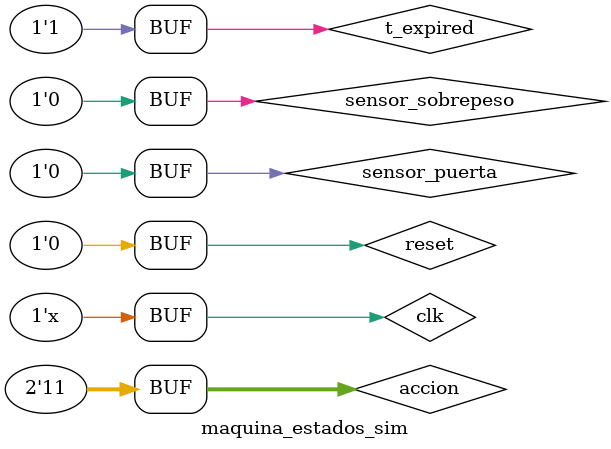
<source format=v>
`timescale 1ns / 1ps


module maquina_estados_sim;

	// Inputs
	reg clk;
	reg reset;
	reg [1:0] accion;
	reg sensor_puerta;
	reg sensor_sobrepeso;
	reg t_expired;

	// Outputs
	wire [3:0] state;
	wire restart_timer;
	wire start_timer;
	wire habilita_verificador;
	wire inicia_Registro_Solicitudes;
	wire subiendo_LED;
	wire bajando_LED;
	wire freno_act_LED;
	wire motor_act_LED;
	wire puerta_abierta_LED;
	wire puerta_cerrada_LED;
	wire sensor_puerta_LED;
	wire sensor_sobrepeso_LED;
	wire ready;

	// Instantiate the Unit Under Test (UUT)
	MaquinaEstados uut (
		.clk(clk), 
		.reset(reset), 
		.state(state), 
		.accion(accion), 
		.sensor_puerta(sensor_puerta), 
		.sensor_sobrepeso(sensor_sobrepeso), 
		.t_expired(t_expired), 
		.restart_timer(restart_timer), 
		.start_timer(start_timer), 
		.habilita_verificador(habilita_verificador), 
		.inicia_Registro_Solicitudes(inicia_Registro_Solicitudes), 
		.subiendo_LED(subiendo_LED), 
		.bajando_LED(bajando_LED), 
		.freno_act_LED(freno_act_LED), 
		.motor_act_LED(motor_act_LED), 
		.puerta_abierta_LED(puerta_abierta_LED), 
		.puerta_cerrada_LED(puerta_cerrada_LED), 
		.sensor_puerta_LED(sensor_puerta_LED), 
		.sensor_sobrepeso_LED(sensor_sobrepeso_LED), 
		.ready(ready)
	);
	
	always 
		begin
			#5 clk = ~clk;
		end
		
	initial begin
		// Initialize Inputs
		reset = 1;
		clk = 1;
		accion = 0;
		sensor_puerta = 0;
		sensor_sobrepeso = 0;
		t_expired = 0;

		// Wait 100 ns for global reset to finish
		#10;
		reset = 0;
		
		#10;
		accion = 2'b10;
		
		#10;
		accion = 2'b10;
		
		#10;
		accion = 2'b01;
		
		#10;
		accion = 2'b00;
		
		/////////////////////
		
		#10;
		accion = 2'b00;
		
		#10;
		accion = 2'b10;
		
		#10;
		accion = 2'b01;
		
		#10;
		accion = 2'b11;
		sensor_puerta = 1'b1;
		
		#10;
		accion = 2'b11;
		sensor_puerta = 1'b0;
		sensor_sobrepeso = 1'b1;
		
		#10;
		accion = 2'b11;
		sensor_sobrepeso = 1'b0;
		t_expired = 1'b1;
		

	end
      
endmodule


</source>
